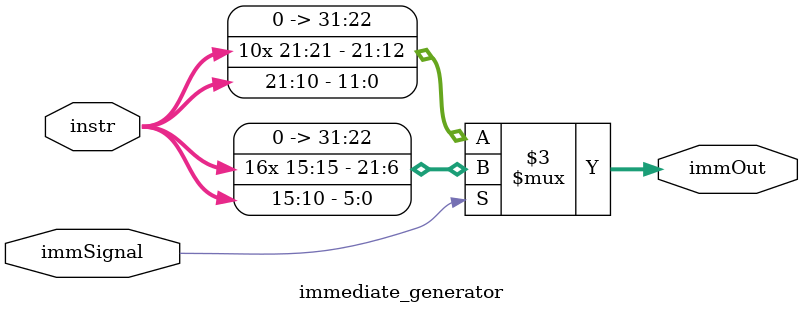
<source format=v>
`timescale 1ns / 1ps


module immediate_generator(instr, immSignal, immOut);
    input [31:0] instr;
    input immSignal;
    //input immSignal;
    output reg [31:0] immOut;
    
    always @(*) begin
        if (immSignal)
            immOut = {{16{instr[15]}}, instr[15:10]};
        else
            immOut = {{10{instr[21]}}, instr[21:10]};
    end
endmodule    
</source>
